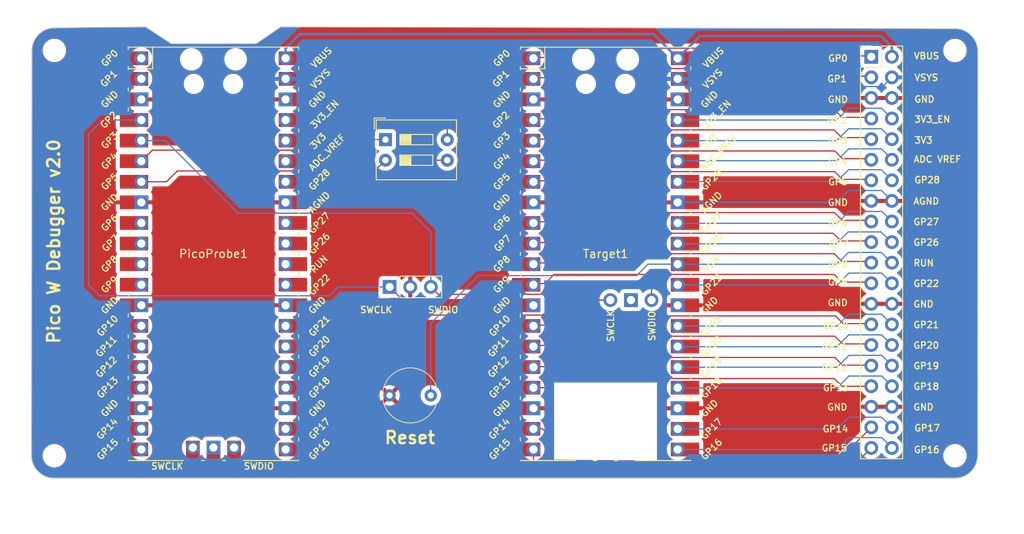
<source format=kicad_pcb>
(kicad_pcb (version 20221018) (generator pcbnew)
  (layers (0 "F.Cu" signal) (31 "B.Cu" signal) (34 "B.Paste" user) (35 "F.Paste" user) (36 "B.SilkS" user "B.Silkscreen") (37 "F.SilkS" user "F.Silkscreen") (38 "B.Mask" user) (39 "F.Mask" user) (44 "Edge.Cuts" user))
  (net 0 "")
  (net 1 "/TT_UART_Tx")
  (net 2 "GND")
  (net 3 "/TT_UART_Rx")
  (net 4 "+5V")
  (net 5 "/TT_GPIO2")
  (net 6 "/TT_3V3_EN")
  (net 7 "/TT_3V3")
  (net 8 "/TT_ADC_VREF")
  (net 9 "/TT_Run")
  (net 10 "/SWCLK")
  (net 11 "/SWDIO")
  (net 12 "/PP_UART_Tx")
  (net 13 "/PP_UART_Rx")
  (net 40 "/VBus")
  (net 43 "/TT_GPIO3")
  (net 44 "/TT_GPIO4")
  (net 45 "/TT_GPIO5")
  (net 46 "/TT_GPIO28")
  (net 47 "/TT_GPIO6")
  (net 48 "/TT_GPIO27")
  (net 49 "/TT_GPIO7")
  (net 50 "/TT_GPIO26")
  (net 51 "/TT_GPIO8")
  (net 52 "/TT_GPIO9")
  (net 53 "/TT_GPIO22")
  (net 54 "/TT_GPIO10")
  (net 55 "/TT_GPIO21")
  (net 56 "/TT_GPIO11")
  (net 57 "/TT_GPIO20")
  (net 58 "/TT_GPIO12")
  (net 59 "/TT_GPIO19")
  (net 60 "/TT_GPIO13")
  (net 61 "/TT_GPIO18")
  (net 62 "/TT_GPIO14")
  (net 63 "/TT_GPIO17")
  (net 64 "/TT_GPIO15")
  (net 65 "/TT_GPIO16")
  (footprint "MountingHole:MountingHole_2.5mm" (layer "F.Cu") (at 50 72)
    (fp_text reference "H3" hide)
    (fp_text value "MountingHole" hide)
  )
  (footprint "MountingHole:MountingHole_2.5mm" (layer "F.Cu") (at 161 72)
    (fp_text reference "H1" hide)
    (fp_text value "MountingHole" hide)
  )
  (footprint "MCU_RaspberryPi_and_Boards:RPi_Pico_W_SMD_TH" (layer "F.Cu") (at 117.94 97.095)
    (fp_text reference "Target1")
    (fp_text value "Pico")
  )
  (footprint "MountingHole:MountingHole_2.5mm" (layer "F.Cu") (at 50 122)
    (fp_text reference "H4" hide)
    (fp_text value "MountingHole" hide)
  )
  (footprint "Connector_PinHeader_2.54mm:PinHeader_1x03_P2.54mm_Vertical" (layer "F.Cu") (at 91.325 101.175 90)
    (fp_text reference "J2" hide)
    (fp_text value "SWD" hide)
  )
  (footprint "MountingHole:MountingHole_2.5mm" (layer "F.Cu") (at 161 122)
    (fp_text reference "H2" hide)
    (fp_text value "MountingHole" hide)
  )
  (footprint "ThePCSite:Alps_SKRGAFD010" (layer "F.Cu") (at 93.853 114.554)
    (fp_text reference "SW2" hide)
    (fp_text value "Reset_Target" hide)
  )
  (footprint "Connector_PinHeader_2.54mm:PinHeader_2x20_P2.54mm_Vertical" (layer "F.Cu") (at 150.685 72.78)
    (fp_text reference "J1" hide)
    (fp_text value "External_Connections" hide)
  )
  (footprint "Button_Switch_THT:SW_DIP_SPSTx02_Slide_9.78x7.26mm_W7.62mm_P2.54mm" (layer "F.Cu") (at 90.8075 83)
    (fp_text reference "SW1" hide)
    (fp_text value "UART")
  )
  (footprint "MCU_RaspberryPi_and_Boards:RPi_Pico_SMD_TH" (layer "F.Cu") (at 69.61 97.09)
    (fp_text reference "PicoProbe1")
    (fp_text value "Pico")
  )
  (gr_arc (start 49.997577 124.777423) (mid 48 123.95) (end 47.172577 121.952423) (stroke (width 0.1)) (layer "Edge.Cuts"))
  (gr_arc (start 47.222577 72.022577) (mid 48.050001 70.025001) (end 50.047577 69.197577) (stroke (width 0.1)) (layer "Edge.Cuts"))
  (gr_line (start 61.25 69.075) (end 50.047577 69.197577) (stroke (width 0.1)) (layer "Edge.Cuts"))
  (gr_line (start 49.997577 124.777423) (end 160.977423 124.777423) (stroke (width 0.1)) (layer "Edge.Cuts"))
  (gr_line (start 159.65 69.3) (end 77.9 69.075) (stroke (width 0.1)) (layer "Edge.Cuts"))
  (gr_line (start 77.9 69.075) (end 74.875 71.15) (stroke (width 0.1)) (layer "Edge.Cuts"))
  (gr_line (start 64.4 71.15) (end 74.875 71.15) (stroke (width 0.1)) (layer "Edge.Cuts"))
  (gr_arc (start 161 69.3) (mid 162.997577 70.127423) (end 163.825 72.125) (stroke (width 0.1)) (layer "Edge.Cuts"))
  (gr_line (start 64.4 71.15) (end 61.25 69.075) (stroke (width 0.1)) (layer "Edge.Cuts"))
  (gr_arc (start 163.802423 121.952423) (mid 162.975 123.95) (end 160.977423 124.777423) (stroke (width 0.1)) (layer "Edge.Cuts"))
  (gr_line (start 159.65 69.3) (end 161 69.3) (stroke (width 0.1)) (layer "Edge.Cuts"))
  (gr_line (start 47.222577 72.022577) (end 47.172577 121.952423) (stroke (width 0.1)) (layer "Edge.Cuts"))
  (gr_line (start 163.802423 121.952423) (end 163.825 72.125) (stroke (width 0.1)) (layer "Edge.Cuts"))
  (gr_text "GP14" (at 146.275 118.695) (layer "F.SilkS") (effects (font (size 0.8 0.8))))
  (gr_text "GND" (at 146.575 78.055) (layer "F.SilkS") (effects (font (size 0.8 0.8))))
  (gr_text "GP16" (at 157.521429 121.26) (layer "F.SilkS") (effects (font (size 0.8 0.8))))
  (gr_text "Pico W Debugger v2.0" (at 50.8 108.331 90) (layer "F.SilkS") (effects (font (size 1.5 1.5) (thickness 0.3) bold) (justify left bottom)))
  (gr_text "GP3" (at 146.575 83.135) (layer "F.SilkS") (effects (font (size 0.8 0.8))))
  (gr_text "VSYS" (at 157.467857 75.35) (layer "F.SilkS") (effects (font (size 0.8 0.8))))
  (gr_text "GP27" (at 157.467858 93.15) (layer "F.SilkS") (effects (font (size 0.8 0.8))))
  (gr_text "GP18" (at 157.467858 113.46) (layer "F.SilkS") (effects (font (size 0.8 0.8))))
  (gr_text "GP4" (at 146.575 85.675) (layer "F.SilkS") (effects (font (size 0.8 0.8))))
  (gr_text "GP0" (at 146.575 72.975) (layer "F.SilkS") (effects (font (size 0.8 0.8))))
  (gr_text "GND" (at 157.125 103.3) (layer "F.SilkS") (effects (font (size 0.8 0.8))))
  (gr_text "GP21" (at 157.467858 105.85) (layer "F.SilkS") (effects (font (size 0.8 0.8))))
  (gr_text "GND" (at 157.125 116) (layer "F.SilkS") (effects (font (size 0.8 0.8))))
  (gr_text "GP17" (at 157.575 118.575) (layer "F.SilkS") (effects (font (size 0.8 0.8))))
  (gr_text "GP13" (at 146.321 113.615) (layer "F.SilkS") (effects (font (size 0.8 0.8))))
  (gr_text "AGND" (at 157.467857 90.6) (layer "F.SilkS") (effects (font (size 0.8 0.8))))
  (gr_text "GND" (at 146.55 103.125) (layer "F.SilkS") (effects (font (size 0.8 0.8))))
  (gr_text "GP7" (at 146.675 95.805) (layer "F.SilkS") (effects (font (size 0.8 0.8))))
  (gr_text "VBUS" (at 157.502381 72.675) (layer "F.SilkS") (effects (font (size 0.8 0.8))))
  (gr_text "GP2" (at 146.475 80.595) (layer "F.SilkS") (effects (font (size 0.8 0.8))))
  (gr_text "GP1" (at 146.475 75.505) (layer "F.SilkS") (effects (font (size 0.8 0.8))))
  (gr_text "3V3_EN" (at 158.210714 80.5) (layer "F.SilkS") (effects (font (size 0.8 0.8))))
  (gr_text "GP5" (at 146.575 88.215) (layer "F.SilkS") (effects (font (size 0.8 0.8))))
  (gr_text "GP12" (at 146.175 111.075) (layer "F.SilkS") (effects (font (size 0.8 0.8))))
  (gr_text "GP22" (at 157.467858 100.76) (layer "F.SilkS") (effects (font (size 0.8 0.8))))
  (gr_text "GP8" (at 146.575 98.375) (layer "F.SilkS") (effects (font (size 0.8 0.8))))
  (gr_text "SWDIO" (at 97.917 104) (layer "F.SilkS") (effects (font (size 0.8 0.8))))
  (gr_text "RUN" (at 157.144048 98.22) (layer "F.SilkS") (effects (font (size 0.8 0.8))))
  (gr_text "GP10" (at 146.321 105.995) (layer "F.SilkS") (effects (font (size 0.8 0.8))))
  (gr_text "GP20" (at 157.467858 108.38) (layer "F.SilkS") (effects (font (size 0.8 0.8))))
  (gr_text "GP28" (at 157.575 87.975) (layer "F.SilkS") (effects (font (size 0.8 0.8))))
  (gr_text "GP9" (at 146.55 100.585) (layer "F.SilkS") (effects (font (size 0.8 0.8))))
  (gr_text "3V3" (at 157.125 83.075) (layer "F.SilkS") (effects (font (size 0.8 0.8))))
  (gr_text "GP15" (at 146.15 121.05) (layer "F.SilkS") (effects (font (size 0.8 0.8))))
  (gr_text "GP11" (at 146.175 108.535) (layer "F.SilkS") (effects (font (size 0.8 0.8))))
  (gr_text "GND" (at 146.575 90.755) (layer "F.SilkS") (effects (font (size 0.8 0.8))))
  (gr_text "SWCLK" (at 89.662 104) (layer "F.SilkS") (effects (font (size 0.8 0.8))))
  (gr_text "GND" (at 146.5 116) (layer "F.SilkS") (effects (font (size 0.8 0.8))))
  (gr_text "Reset" (at 90.551 120.65) (layer "F.SilkS") (effects (font (size 1.5 1.5) (thickness 0.3) bold) (justify left bottom)))
  (gr_text "GP6" (at 146.575 93.295) (layer "F.SilkS") (effects (font (size 0.8 0.8))))
  (gr_text "ADC VREF" (at 158.825 85.425) (layer "F.SilkS") (effects (font (size 0.8 0.8))))
  (gr_text "GP19" (at 157.467858 110.92) (layer "F.SilkS") (effects (font (size 0.8 0.8))))
  (gr_text "GND" (at 157.239285 78.025) (layer "F.SilkS") (effects (font (size 0.8 0.8))))
  (gr_text "GP26" (at 157.467858 95.68) (layer "F.SilkS") (effects (font (size 0.8 0.8))))
  (segment (start 111.65 71.725) (end 146.15 71.725) (width 0.15) (layer "F.Cu") (net 1))
  (segment (start 146.15 71.725) (end 147.1 72.675) (width 0.15) (layer "F.Cu") (net 1))
  (segment (start 96.961 72.965) (end 109.05 72.965) (width 0.15) (layer "F.Cu") (net 1))
  (segment (start 95.504 84.709) (end 95.504 74.422) (width 0.15) (layer "F.Cu") (net 1))
  (segment (start 98.4275 85.54) (end 96.335 85.54) (width 0.15) (layer "F.Cu") (net 1))
  (segment (start 109.1 72.86) (end 110.515 72.86) (width 0.15) (layer "F.Cu") (net 1))
  (segment (start 96.335 85.54) (end 95.504 84.709) (width 0.15) (layer "F.Cu") (net 1))
  (segment (start 110.515 72.86) (end 111.65 71.725) (width 0.15) (layer "F.Cu") (net 1))
  (segment (start 147.1 72.675) (end 150.735 72.675) (width 0.15) (layer "F.Cu") (net 1))
  (segment (start 95.504 74.422) (end 96.961 72.965) (width 0.15) (layer "F.Cu") (net 1))
  (segment (start 151.95 89.275) (end 153.225 90.55) (width 0.15) (layer "B.Cu") (net 2))
  (segment (start 147.9 89.275) (end 151.95 89.275) (width 0.15) (layer "B.Cu") (net 2))
  (segment (start 146.44 90.735) (end 147.9 89.275) (width 0.15) (layer "B.Cu") (net 2))
  (segment (start 126.83 90.735) (end 146.44 90.735) (width 0.15) (layer "B.Cu") (net 2))
  (segment (start 98.4275 77.0865) (end 100.009 75.505) (width 0.15) (layer "F.Cu") (net 3))
  (segment (start 122.525 74.7) (end 111.15 74.7) (width 0.15) (layer "F.Cu") (net 3))
  (segment (start 98.4275 83) (end 98.4275 77.0865) (width 0.15) (layer "F.Cu") (net 3))
  (segment (start 100.009 75.505) (end 109.05 75.505) (width 0.15) (layer "F.Cu") (net 3))
  (segment (start 150.71 75.175) (end 147.075 75.175) (width 0.15) (layer "F.Cu") (net 3))
  (segment (start 147.075 75.175) (end 146.125 74.225) (width 0.15) (layer "F.Cu") (net 3))
  (segment (start 146.125 74.225) (end 123 74.225) (width 0.15) (layer "F.Cu") (net 3))
  (segment (start 111.15 74.7) (end 110.49 75.36) (width 0.15) (layer "F.Cu") (net 3))
  (segment (start 110.49 75.36) (end 109.075 75.36) (width 0.15) (layer "F.Cu") (net 3))
  (segment (start 123 74.225) (end 122.525 74.7) (width 0.15) (layer "F.Cu") (net 3))
  (segment (start 88.203 75.5) (end 92.964 70.739) (width 0.15) (layer "B.Cu") (net 4))
  (segment (start 92.964 70.739) (end 123.571 70.739) (width 0.15) (layer "B.Cu") (net 4))
  (segment (start 123.952 72.627) (end 126.83 75.505) (width 0.15) (layer "B.Cu") (net 4))
  (segment (start 123.952 71.12) (end 123.952 72.627) (width 0.15) (layer "B.Cu") (net 4))
  (segment (start 152.1 76.445) (end 153.225 75.32) (width 0.15) (layer "B.Cu") (net 4))
  (segment (start 127.77 76.445) (end 152.1 76.445) (width 0.15) (layer "B.Cu") (net 4))
  (segment (start 78.5 75.5) (end 88.203 75.5) (width 0.15) (layer "B.Cu") (net 4))
  (segment (start 126.83 75.505) (end 127.77 76.445) (width 0.15) (layer "B.Cu") (net 4))
  (segment (start 123.571 70.739) (end 123.952 71.12) (width 0.15) (layer "B.Cu") (net 4))
  (segment (start 147.1 80.25) (end 150.735 80.25) (width 0.15) (layer "F.Cu") (net 5))
  (segment (start 111.65 79.3) (end 146.15 79.3) (width 0.15) (layer "F.Cu") (net 5))
  (segment (start 110.515 80.435) (end 111.65 79.3) (width 0.15) (layer "F.Cu") (net 5))
  (segment (start 109.1 80.435) (end 110.515 80.435) (width 0.15) (layer "F.Cu") (net 5))
  (segment (start 146.15 79.3) (end 147.1 80.25) (width 0.15) (layer "F.Cu") (net 5))
  (segment (start 126.83 80.585) (end 146.44 80.585) (width 0.15) (layer "B.Cu") (net 6))
  (segment (start 147.9 79.125) (end 151.95 79.125) (width 0.15) (layer "B.Cu") (net 6))
  (segment (start 151.95 79.125) (end 153.225 80.4) (width 0.15) (layer "B.Cu") (net 6))
  (segment (start 146.44 80.585) (end 147.9 79.125) (width 0.15) (layer "B.Cu") (net 6))
  (segment (start 126.815 83.125) (end 146.425 83.125) (width 0.15) (layer "B.Cu") (net 7))
  (segment (start 146.425 83.125) (end 147.885 81.665) (width 0.15) (layer "B.Cu") (net 7))
  (segment (start 151.935 81.665) (end 153.21 82.94) (width 0.15) (layer "B.Cu") (net 7))
  (segment (start 147.885 81.665) (end 151.935 81.665) (width 0.15) (layer "B.Cu") (net 7))
  (segment (start 151.96 84.14) (end 153.235 85.415) (width 0.15) (layer "B.Cu") (net 8))
  (segment (start 147.91 84.14) (end 151.96 84.14) (width 0.15) (layer "B.Cu") (net 8))
  (segment (start 126.84 85.6) (end 146.45 85.6) (width 0.15) (layer "B.Cu") (net 8))
  (segment (start 146.45 85.6) (end 147.91 84.14) (width 0.15) (layer "B.Cu") (net 8))
  (segment (start 123.185 98.365) (end 121.77 99.78) (width 0.15) (layer "B.Cu") (net 9))
  (segment (start 126.83 98.365) (end 123.185 98.365) (width 0.15) (layer "B.Cu") (net 9))
  (segment (start 96.393 105.664) (end 102.277 99.78) (width 0.15) (layer "B.Cu") (net 9))
  (segment (start 151.935 96.915) (end 153.21 98.19) (width 0.15) (layer "B.Cu") (net 9))
  (segment (start 121.77 99.78) (end 102.277 99.78) (width 0.15) (layer "B.Cu") (net 9))
  (segment (start 96.393 114.554) (end 96.393 105.664) (width 0.15) (layer "B.Cu") (net 9))
  (segment (start 147.885 96.915) (end 151.935 96.915) (width 0.15) (layer "B.Cu") (net 9))
  (segment (start 146.425 98.375) (end 147.885 96.915) (width 0.15) (layer "B.Cu") (net 9))
  (segment (start 126.815 98.375) (end 146.425 98.375) (width 0.15) (layer "B.Cu") (net 9))
  (segment (start 110.197 104.648) (end 94.798 104.648) (width 0.15) (layer "F.Cu") (net 10))
  (segment (start 94.798 104.648) (end 91.325 101.175) (width 0.15) (layer "F.Cu") (net 10))
  (segment (start 118.5241 102.795) (end 112.05 102.795) (width 0.15) (layer "F.Cu") (net 10))
  (segment (start 112.05 102.795) (end 110.197 104.648) (width 0.15) (layer "F.Cu") (net 10))
  (segment (start 54.229 100.965) (end 55.529 102.265) (width 0.15) (layer "B.Cu") (net 10))
  (segment (start 55.945 80.58) (end 54.229 82.296) (width 0.15) (layer "B.Cu") (net 10))
  (segment (start 83.89 102.265) (end 84.98 101.175) (width 0.15) (layer "B.Cu") (net 10))
  (segment (start 60.72 80.58) (end 55.945 80.58) (width 0.15) (layer "B.Cu") (net 10))
  (segment (start 55.529 102.265) (end 65.024 102.265) (width 0.15) (layer "B.Cu") (net 10))
  (segment (start 84.98 101.175) (end 91.325 101.175) (width 0.15) (layer "B.Cu") (net 10))
  (segment (start 54.229 82.296) (end 54.229 100.965) (width 0.15) (layer "B.Cu") (net 10))
  (segment (start 65.024 102.265) (end 83.89 102.265) (width 0.15) (layer "B.Cu") (net 10))
  (segment (start 123.6041 102.795) (end 123.6041 101.5061) (width 0.15) (layer "F.Cu") (net 11))
  (segment (start 111.467 100.838) (end 110.225 102.08) (width 0.15) (layer "F.Cu") (net 11))
  (segment (start 110.225 102.08) (end 97.31 102.08) (width 0.15) (layer "F.Cu") (net 11))
  (segment (start 97.31 102.08) (end 96.405 101.175) (width 0.15) (layer "F.Cu") (net 11))
  (segment (start 123.6041 101.5061) (end 122.936 100.838) (width 0.15) (layer "F.Cu") (net 11))
  (segment (start 122.936 100.838) (end 111.467 100.838) (width 0.15) (layer "F.Cu") (net 11))
  (segment (start 60.72 83.12) (end 63.689 83.12) (width 0.15) (layer "B.Cu") (net 11))
  (segment (start 94.107 92.075) (end 96.405 94.373) (width 0.15) (layer "B.Cu") (net 11))
  (segment (start 63.689 83.12) (end 72.644 92.075) (width 0.15) (layer "B.Cu") (net 11))
  (segment (start 72.644 92.075) (end 94.107 92.075) (width 0.15) (layer "B.Cu") (net 11))
  (segment (start 96.405 94.373) (end 96.405 101.175) (width 0.15) (layer "B.Cu") (net 11))
  (segment (start 89.4795 86.868) (end 90.8075 85.54) (width 0.15) (layer "F.Cu") (net 12))
  (segment (start 65.151 86.868) (end 89.4795 86.868) (width 0.15) (layer "F.Cu") (net 12))
  (segment (start 63.819 88.2) (end 65.151 86.868) (width 0.15) (layer "F.Cu") (net 12))
  (segment (start 60.72 88.2) (end 63.819 88.2) (width 0.15) (layer "F.Cu") (net 12))
  (segment (start 85.402 83) (end 90.8075 83) (width 0.15) (layer "F.Cu") (net 13))
  (segment (start 62.085 84.295) (end 84.107 84.295) (width 0.15) (layer "F.Cu") (net 13))
  (segment (start 84.107 84.295) (end 85.402 83) (width 0.15) (layer "F.Cu") (net 13))
  (segment (start 60.72 85.66) (end 62.085 84.295) (width 0.15) (layer "F.Cu") (net 13))
  (segment (start 126.83 72.965) (end 129.564 70.231) (width 0.3) (layer "B.Cu") (net 40))
  (segment (start 78.5 72.96) (end 78.5 71.741) (width 0.3) (layer "B.Cu") (net 40))
  (segment (start 80.264 69.977) (end 123.842 69.977) (width 0.3) (layer "B.Cu") (net 40))
  (segment (start 123.842 69.977) (end 126.83 72.965) (width 0.3) (layer "B.Cu") (net 40))
  (segment (start 78.5 71.741) (end 80.264 69.977) (width 0.3) (layer "B.Cu") (net 40))
  (segment (start 129.564 70.231) (end 151.892 70.231) (width 0.3) (layer "B.Cu") (net 40))
  (segment (start 153.225 72.78) (end 153.225 71.564) (width 0.3) (layer "B.Cu") (net 40))
  (segment (start 153.225 71.564) (end 151.892 70.231) (width 0.3) (layer "B.Cu") (net 40))
  (segment (start 147.05 82.75) (end 150.685 82.75) (width 0.15) (layer "F.Cu") (net 43))
  (segment (start 109.05 82.935) (end 110.465 82.935) (width 0.15) (layer "F.Cu") (net 43))
  (segment (start 110.465 82.935) (end 111.6 81.8) (width 0.15) (layer "F.Cu") (net 43))
  (segment (start 111.6 81.8) (end 146.1 81.8) (width 0.15) (layer "F.Cu") (net 43))
  (segment (start 146.1 81.8) (end 147.05 82.75) (width 0.15) (layer "F.Cu") (net 43))
  (segment (start 109.15 85.535) (end 110.565 85.535) (width 0.15) (layer "F.Cu") (net 44))
  (segment (start 146.2 84.4) (end 147.15 85.35) (width 0.15) (layer "F.Cu") (net 44))
  (segment (start 110.565 85.535) (end 111.7 84.4) (width 0.15) (layer "F.Cu") (net 44))
  (segment (start 111.7 84.4) (end 146.2 84.4) (width 0.15) (layer "F.Cu") (net 44))
  (segment (start 147.15 85.35) (end 150.785 85.35) (width 0.15) (layer "F.Cu") (net 44))
  (segment (start 111.675 86.95) (end 146.175 86.95) (width 0.15) (layer "F.Cu") (net 45))
  (segment (start 147.125 87.9) (end 150.76 87.9) (width 0.15) (layer "F.Cu") (net 45))
  (segment (start 109.125 88.085) (end 110.54 88.085) (width 0.15) (layer "F.Cu") (net 45))
  (segment (start 146.175 86.95) (end 147.125 87.9) (width 0.15) (layer "F.Cu") (net 45))
  (segment (start 110.54 88.085) (end 111.675 86.95) (width 0.15) (layer "F.Cu") (net 45))
  (segment (start 151.935 86.715) (end 153.21 87.99) (width 0.15) (layer "B.Cu") (net 46))
  (segment (start 146.425 88.175) (end 147.885 86.715) (width 0.15) (layer "B.Cu") (net 46))
  (segment (start 147.885 86.715) (end 151.935 86.715) (width 0.15) (layer "B.Cu") (net 46))
  (segment (start 126.815 88.175) (end 146.425 88.175) (width 0.15) (layer "B.Cu") (net 46))
  (segment (start 147.1 92.95) (end 150.735 92.95) (width 0.15) (layer "F.Cu") (net 47))
  (segment (start 146.15 92) (end 147.1 92.95) (width 0.15) (layer "F.Cu") (net 47))
  (segment (start 111.65 92) (end 146.15 92) (width 0.15) (layer "F.Cu") (net 47))
  (segment (start 110.515 93.135) (end 111.65 92) (width 0.15) (layer "F.Cu") (net 47))
  (segment (start 109.1 93.135) (end 110.515 93.135) (width 0.15) (layer "F.Cu") (net 47))
  (segment (start 146.5 93.325) (end 147.96 91.865) (width 0.15) (layer "B.Cu") (net 48))
  (segment (start 126.89 93.325) (end 146.5 93.325) (width 0.15) (layer "B.Cu") (net 48))
  (segment (start 152.01 91.865) (end 153.285 93.14) (width 0.15) (layer "B.Cu") (net 48))
  (segment (start 147.96 91.865) (end 152.01 91.865) (width 0.15) (layer "B.Cu") (net 48))
  (segment (start 146.95 95.5) (end 150.585 95.5) (width 0.15) (layer "F.Cu") (net 49))
  (segment (start 146 94.55) (end 146.95 95.5) (width 0.15) (layer "F.Cu") (net 49))
  (segment (start 111.5 94.55) (end 146 94.55) (width 0.15) (layer "F.Cu") (net 49))
  (segment (start 110.365 95.685) (end 111.5 94.55) (width 0.15) (layer "F.Cu") (net 49))
  (segment (start 108.95 95.685) (end 110.365 95.685) (width 0.15) (layer "F.Cu") (net 49))
  (segment (start 151.885 94.39) (end 153.16 95.665) (width 0.15) (layer "B.Cu") (net 50))
  (segment (start 126.765 95.85) (end 146.375 95.85) (width 0.15) (layer "B.Cu") (net 50))
  (segment (start 146.375 95.85) (end 147.835 94.39) (width 0.15) (layer "B.Cu") (net 50))
  (segment (start 147.835 94.39) (end 151.885 94.39) (width 0.15) (layer "B.Cu") (net 50))
  (segment (start 111.625 97.075) (end 146.125 97.075) (width 0.15) (layer "F.Cu") (net 51))
  (segment (start 146.125 97.075) (end 147.075 98.025) (width 0.15) (layer "F.Cu") (net 51))
  (segment (start 109.075 98.21) (end 110.49 98.21) (width 0.15) (layer "F.Cu") (net 51))
  (segment (start 110.49 98.21) (end 111.625 97.075) (width 0.15) (layer "F.Cu") (net 51))
  (segment (start 147.075 98.025) (end 150.71 98.025) (width 0.15) (layer "F.Cu") (net 51))
  (segment (start 109.05 100.76) (end 110.465 100.76) (width 0.15) (layer "F.Cu") (net 52))
  (segment (start 147.05 100.575) (end 150.685 100.575) (width 0.15) (layer "F.Cu") (net 52))
  (segment (start 146.1 99.625) (end 147.05 100.575) (width 0.15) (layer "F.Cu") (net 52))
  (segment (start 111.6 99.625) (end 146.1 99.625) (width 0.15) (layer "F.Cu") (net 52))
  (segment (start 110.465 100.76) (end 111.6 99.625) (width 0.15) (layer "F.Cu") (net 52))
  (segment (start 147.935 99.465) (end 151.985 99.465) (width 0.15) (layer "B.Cu") (net 53))
  (segment (start 151.985 99.465) (end 153.26 100.74) (width 0.15) (layer "B.Cu") (net 53))
  (segment (start 146.475 100.925) (end 147.935 99.465) (width 0.15) (layer "B.Cu") (net 53))
  (segment (start 126.865 100.925) (end 146.475 100.925) (width 0.15) (layer "B.Cu") (net 53))
  (segment (start 146.275 104.75) (end 147.225 105.7) (width 0.15) (layer "F.Cu") (net 54))
  (segment (start 110.64 105.885) (end 111.775 104.75) (width 0.15) (layer "F.Cu") (net 54))
  (segment (start 109.225 105.885) (end 110.64 105.885) (width 0.15) (layer "F.Cu") (net 54))
  (segment (start 147.225 105.7) (end 150.86 105.7) (width 0.15) (layer "F.Cu") (net 54))
  (segment (start 111.775 104.75) (end 146.275 104.75) (width 0.15) (layer "F.Cu") (net 54))
  (segment (start 151.96 104.54) (end 153.235 105.815) (width 0.15) (layer "B.Cu") (net 55))
  (segment (start 146.45 106) (end 147.91 104.54) (width 0.15) (layer "B.Cu") (net 55))
  (segment (start 126.84 106) (end 146.45 106) (width 0.15) (layer "B.Cu") (net 55))
  (segment (start 147.91 104.54) (end 151.96 104.54) (width 0.15) (layer "B.Cu") (net 55))
  (segment (start 111.7 107.25) (end 146.2 107.25) (width 0.15) (layer "F.Cu") (net 56))
  (segment (start 146.2 107.25) (end 147.15 108.2) (width 0.15) (layer "F.Cu") (net 56))
  (segment (start 110.565 108.385) (end 111.7 107.25) (width 0.15) (layer "F.Cu") (net 56))
  (segment (start 147.15 108.2) (end 150.785 108.2) (width 0.15) (layer "F.Cu") (net 56))
  (segment (start 109.15 108.385) (end 110.565 108.385) (width 0.15) (layer "F.Cu") (net 56))
  (segment (start 146.45 108.55) (end 147.91 107.09) (width 0.15) (layer "B.Cu") (net 57))
  (segment (start 147.91 107.09) (end 151.96 107.09) (width 0.15) (layer "B.Cu") (net 57))
  (segment (start 151.96 107.09) (end 153.235 108.365) (width 0.15) (layer "B.Cu") (net 57))
  (segment (start 126.84 108.55) (end 146.45 108.55) (width 0.15) (layer "B.Cu") (net 57))
  (segment (start 147.15 110.825) (end 150.785 110.825) (width 0.15) (layer "F.Cu") (net 58))
  (segment (start 109.15 111.01) (end 110.565 111.01) (width 0.15) (layer "F.Cu") (net 58))
  (segment (start 111.7 109.875) (end 146.2 109.875) (width 0.15) (layer "F.Cu") (net 58))
  (segment (start 146.2 109.875) (end 147.15 110.825) (width 0.15) (layer "F.Cu") (net 58))
  (segment (start 110.565 111.01) (end 111.7 109.875) (width 0.15) (layer "F.Cu") (net 58))
  (segment (start 146.475 111.075) (end 147.935 109.615) (width 0.15) (layer "B.Cu") (net 59))
  (segment (start 147.935 109.615) (end 151.985 109.615) (width 0.15) (layer "B.Cu") (net 59))
  (segment (start 151.985 109.615) (end 153.26 110.89) (width 0.15) (layer "B.Cu") (net 59))
  (segment (start 126.865 111.075) (end 146.475 111.075) (width 0.15) (layer "B.Cu") (net 59))
  (segment (start 111.625 112.475) (end 146.125 112.475) (width 0.15) (layer "F.Cu") (net 60))
  (segment (start 146.125 112.475) (end 147.075 113.425) (width 0.15) (layer "F.Cu") (net 60))
  (segment (start 147.075 113.425) (end 150.71 113.425) (width 0.15) (layer "F.Cu") (net 60))
  (segment (start 109.075 113.61) (end 110.49 113.61) (width 0.15) (layer "F.Cu") (net 60))
  (segment (start 110.49 113.61) (end 111.625 112.475) (width 0.15) (layer "F.Cu") (net 60))
  (segment (start 126.865 113.625) (end 146.475 113.625) (width 0.15) (layer "B.Cu") (net 61))
  (segment (start 147.935 112.165) (end 151.985 112.165) (width 0.15) (layer "B.Cu") (net 61))
  (segment (start 151.985 112.165) (end 153.26 113.44) (width 0.15) (layer "B.Cu") (net 61))
  (segment (start 146.475 113.625) (end 147.935 112.165) (width 0.15) (layer "B.Cu") (net 61))
  (segment (start 110.744 119.253) (end 110.744 122.682) (width 0.15) (layer "F.Cu") (net 62))
  (segment (start 110.176 118.685) (end 110.744 119.253) (width 0.15) (layer "F.Cu") (net 62))
  (segment (start 145.741 123.444) (end 150.685 118.5) (width 0.15) (layer "F.Cu") (net 62))
  (segment (start 110.744 122.682) (end 111.506 123.444) (width 0.15) (layer "F.Cu") (net 62))
  (segment (start 111.506 123.444) (end 145.741 123.444) (width 0.15) (layer "F.Cu") (net 62))
  (segment (start 109.05 118.685) (end 110.176 118.685) (width 0.15) (layer "F.Cu") (net 62))
  (segment (start 147.91 117.24) (end 151.96 117.24) (width 0.15) (layer "B.Cu") (net 63))
  (segment (start 126.84 118.7) (end 146.45 118.7) (width 0.15) (layer "B.Cu") (net 63))
  (segment (start 146.45 118.7) (end 147.91 117.24) (width 0.15) (layer "B.Cu") (net 63))
  (segment (start 151.96 117.24) (end 153.235 118.515) (width 0.15) (layer "B.Cu") (net 63))
  (segment (start 147.519 124.206) (end 150.685 121.04) (width 0.15) (layer "F.Cu") (net 64))
  (segment (start 109.05 121.225) (end 109.05 123.274) (width 0.15) (layer "F.Cu") (net 64))
  (segment (start 109.05 123.274) (end 109.982 124.206) (width 0.15) (layer "F.Cu") (net 64))
  (segment (start 109.982 124.206) (end 147.519 124.206) (width 0.15) (layer "F.Cu") (net 64))
  (segment (start 146.475 121.225) (end 147.935 119.765) (width 0.15) (layer "B.Cu") (net 65))
  (segment (start 126.865 121.225) (end 146.475 121.225) (width 0.15) (layer "B.Cu") (net 65))
  (segment (start 151.985 119.765) (end 153.26 121.04) (width 0.15) (layer "B.Cu") (net 65))
  (segment (start 147.935 119.765) (end 151.985 119.765) (width 0.15) (layer "B.Cu") (net 65))
  (zone (net 2) (net_name "GND") (layer "F.Cu") (connect_pads (clearance 0.5)) (min_thickness 0.25) (fill yes (thermal_gap 0.5) (thermal_bridge_width 0.5))
    (polygon (pts (xy 46.25 67.225) (xy 169.525 67.525) (xy 169.075 128.25) (xy 43.375 129.35) (xy 43.3 67.225)))
  )
  (zone (net 4) (net_name "+5V") (layer "B.Cu") (priority 1) (connect_pads (clearance 0.5)) (min_thickness 0.25) (fill yes (thermal_gap 0.5) (thermal_bridge_width 0.5))
    (polygon (pts (xy 44.775 65.775) (xy 167.925 65.95) (xy 166.45 130.5) (xy 44.975 131.675) (xy 44.225 65.775)))
  )
)
</source>
